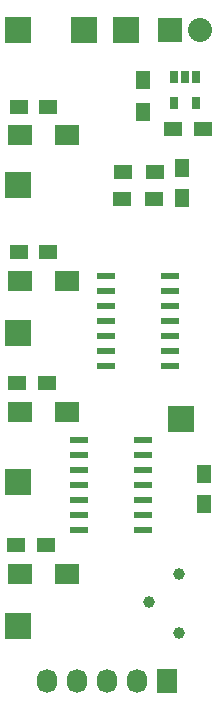
<source format=gts>
G04 #@! TF.FileFunction,Soldermask,Top*
%FSLAX46Y46*%
G04 Gerber Fmt 4.6, Leading zero omitted, Abs format (unit mm)*
G04 Created by KiCad (PCBNEW 0.201505262310+5684~23~ubuntu14.04.1-product) date Mon 01 Jun 2015 21:54:35 CEST*
%MOMM*%
G01*
G04 APERTURE LIST*
%ADD10C,0.100000*%
%ADD11R,1.500000X1.250000*%
%ADD12R,1.250000X1.500000*%
%ADD13R,2.032000X2.032000*%
%ADD14O,2.032000X2.032000*%
%ADD15R,2.235200X2.235200*%
%ADD16R,1.727200X2.032000*%
%ADD17O,1.727200X2.032000*%
%ADD18R,1.500000X1.300000*%
%ADD19R,1.300000X1.500000*%
%ADD20R,2.000000X1.700000*%
%ADD21R,0.650000X1.060000*%
%ADD22R,1.500000X0.600000*%
%ADD23C,1.000000*%
G04 APERTURE END LIST*
D10*
D11*
X85578000Y-86360000D03*
X83078000Y-86360000D03*
X69997000Y-84455000D03*
X72497000Y-84455000D03*
D12*
X83870800Y-92182000D03*
X83870800Y-89682000D03*
X85661500Y-115590000D03*
X85661500Y-118090000D03*
D11*
X69997000Y-96774000D03*
X72497000Y-96774000D03*
X69870000Y-107899200D03*
X72370000Y-107899200D03*
X69806500Y-121539000D03*
X72306500Y-121539000D03*
D13*
X82804000Y-77978000D03*
D14*
X85344000Y-77978000D03*
D15*
X69977000Y-77978000D03*
X75539600Y-77978000D03*
X79121000Y-77978000D03*
D16*
X82550000Y-133096000D03*
D17*
X80010000Y-133096000D03*
X77470000Y-133096000D03*
X74930000Y-133096000D03*
X72390000Y-133096000D03*
D15*
X69977000Y-91059000D03*
X69977000Y-103632000D03*
X69977000Y-116205000D03*
X69977000Y-128397000D03*
D18*
X81512400Y-90017600D03*
X78812400Y-90017600D03*
X78761600Y-92252800D03*
X81461600Y-92252800D03*
D19*
X80518000Y-82216000D03*
X80518000Y-84916000D03*
D20*
X70136000Y-86868000D03*
X74136000Y-86868000D03*
X70136000Y-99187000D03*
X74136000Y-99187000D03*
X70085200Y-110286800D03*
X74085200Y-110286800D03*
X70072500Y-124015500D03*
X74072500Y-124015500D03*
D21*
X85024000Y-81958000D03*
X84074000Y-81958000D03*
X83124000Y-81958000D03*
X83124000Y-84158000D03*
X85024000Y-84158000D03*
D22*
X77437000Y-98806000D03*
X77437000Y-100076000D03*
X77437000Y-101346000D03*
X77437000Y-102616000D03*
X77437000Y-103886000D03*
X77437000Y-105156000D03*
X77437000Y-106426000D03*
X82837000Y-106426000D03*
X82837000Y-105156000D03*
X82837000Y-103886000D03*
X82837000Y-102616000D03*
X82837000Y-101346000D03*
X82837000Y-100076000D03*
X82837000Y-98806000D03*
X80551000Y-120269000D03*
X80551000Y-118999000D03*
X80551000Y-117729000D03*
X80551000Y-116459000D03*
X80551000Y-115189000D03*
X80551000Y-113919000D03*
X80551000Y-112649000D03*
X75151000Y-112649000D03*
X75151000Y-113919000D03*
X75151000Y-115189000D03*
X75151000Y-116459000D03*
X75151000Y-117729000D03*
X75151000Y-118999000D03*
X75151000Y-120269000D03*
D23*
X83566000Y-123992000D03*
X81066000Y-126392000D03*
X83566000Y-128992000D03*
D15*
X83705700Y-110947200D03*
M02*

</source>
